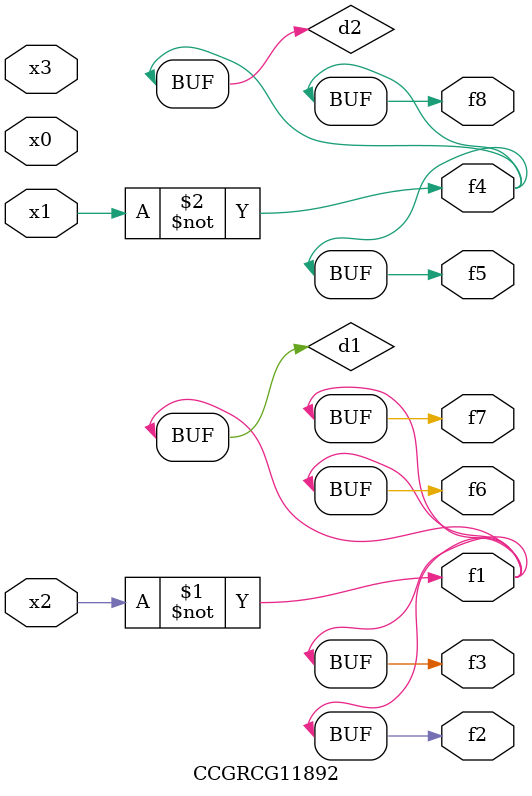
<source format=v>
module CCGRCG11892(
	input x0, x1, x2, x3,
	output f1, f2, f3, f4, f5, f6, f7, f8
);

	wire d1, d2;

	xnor (d1, x2);
	not (d2, x1);
	assign f1 = d1;
	assign f2 = d1;
	assign f3 = d1;
	assign f4 = d2;
	assign f5 = d2;
	assign f6 = d1;
	assign f7 = d1;
	assign f8 = d2;
endmodule

</source>
